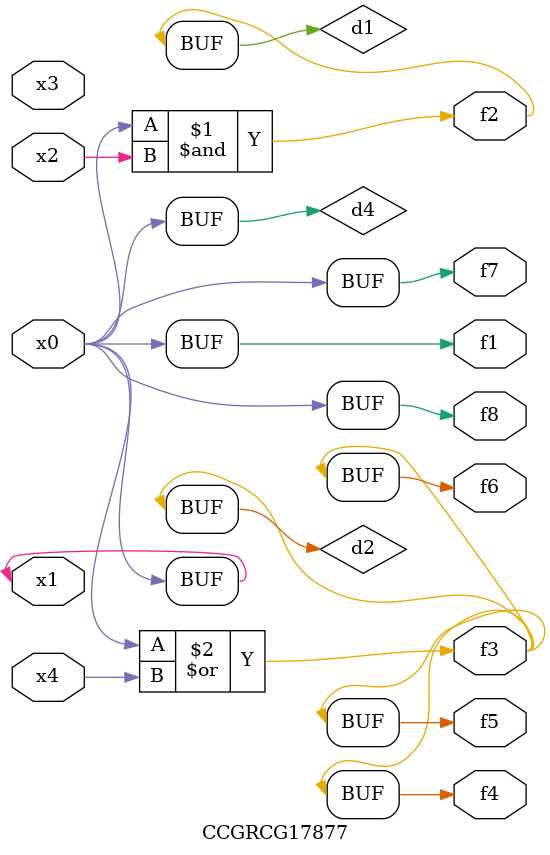
<source format=v>
module CCGRCG17877(
	input x0, x1, x2, x3, x4,
	output f1, f2, f3, f4, f5, f6, f7, f8
);

	wire d1, d2, d3, d4;

	and (d1, x0, x2);
	or (d2, x0, x4);
	nand (d3, x0, x2);
	buf (d4, x0, x1);
	assign f1 = d4;
	assign f2 = d1;
	assign f3 = d2;
	assign f4 = d2;
	assign f5 = d2;
	assign f6 = d2;
	assign f7 = d4;
	assign f8 = d4;
endmodule

</source>
